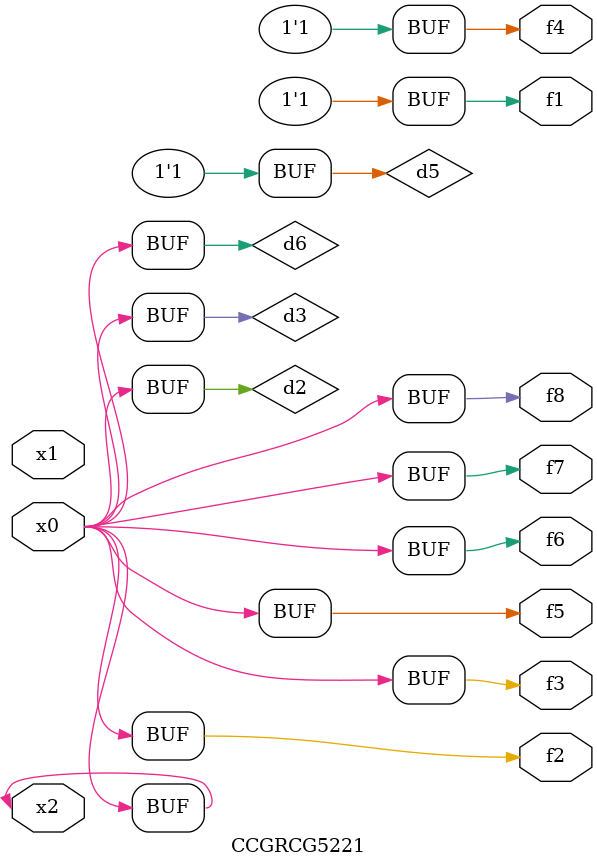
<source format=v>
module CCGRCG5221(
	input x0, x1, x2,
	output f1, f2, f3, f4, f5, f6, f7, f8
);

	wire d1, d2, d3, d4, d5, d6;

	xnor (d1, x2);
	buf (d2, x0, x2);
	and (d3, x0);
	xnor (d4, x1, x2);
	nand (d5, d1, d3);
	buf (d6, d2, d3);
	assign f1 = d5;
	assign f2 = d6;
	assign f3 = d6;
	assign f4 = d5;
	assign f5 = d6;
	assign f6 = d6;
	assign f7 = d6;
	assign f8 = d6;
endmodule

</source>
